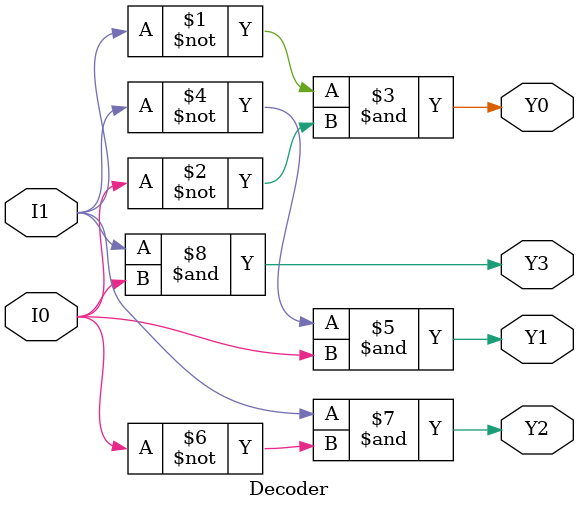
<source format=v>
module Decoder (I0,I1,Y0,Y1,Y2,Y3);
input  I0,I1;
output Y0,Y1,Y2,Y3;

assign Y0 = (~I1)  & (~I0);
assign Y1 = (~I1)  & ( I0);
assign Y2 = ( I1)  & (~I0);
assign Y3 = ( I1)  & ( I0);

endmodule
</source>
